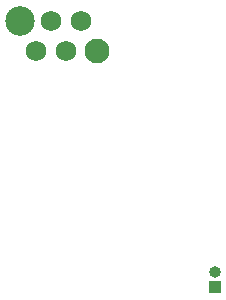
<source format=gbr>
%TF.GenerationSoftware,KiCad,Pcbnew,7.0.10*%
%TF.CreationDate,2025-01-28T16:46:30+01:00*%
%TF.ProjectId,LED_Wled,4c45445f-576c-4656-942e-6b696361645f,rev?*%
%TF.SameCoordinates,Original*%
%TF.FileFunction,Soldermask,Bot*%
%TF.FilePolarity,Negative*%
%FSLAX46Y46*%
G04 Gerber Fmt 4.6, Leading zero omitted, Abs format (unit mm)*
G04 Created by KiCad (PCBNEW 7.0.10) date 2025-01-28 16:46:30*
%MOMM*%
%LPD*%
G01*
G04 APERTURE LIST*
%ADD10C,2.100000*%
%ADD11C,2.500000*%
%ADD12C,1.750000*%
%ADD13R,1.000000X1.000000*%
%ADD14O,1.000000X1.000000*%
G04 APERTURE END LIST*
D10*
%TO.C,J1*%
X102910000Y-51245000D03*
D11*
X96440000Y-48705000D03*
D12*
X97770000Y-51245000D03*
X99040000Y-48705000D03*
X100310000Y-51245000D03*
X101580000Y-48705000D03*
%TD*%
D13*
%TO.C,BOOT1*%
X112900000Y-71200000D03*
D14*
X112900000Y-69930000D03*
%TD*%
M02*

</source>
